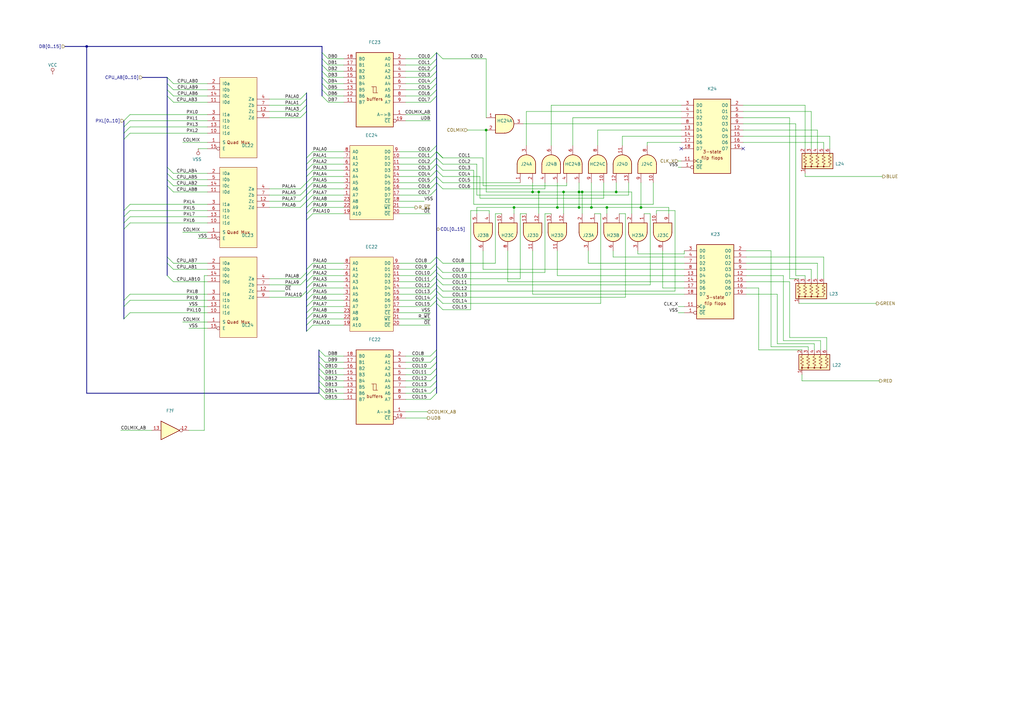
<source format=kicad_sch>
(kicad_sch (version 20211123) (generator eeschema)
  (paper "A3")
  (title_block (title "Kyukyoku Tiger Bootleg") (date "2022-04-29") (rev "J. Tejada") (company "JOTEGO") (comment 1 "JOTEGO") (comment 2 "Drawn by: JOTEGO"))
  (lib_symbols
    (symbol "Device:R_Network05_US" (pin_names (offset 0) hide)
      (property "Reference" "RN" (at -7.62 0 90))
      (property "Value" "Device_R_Network05_US" (at 7.62 0 90))
      (symbol "R_Network05_US_1_1"
        (pin passive line (at -5.08 5.08 270) (length 2.54) (name "common") (number "1"))
        (pin passive line (at -5.08 -5.08 90) (length 1.27) (name "R1") (number "2"))
        (pin passive line (at -2.54 -5.08 90) (length 1.27) (name "R2") (number "3"))
        (pin passive line (at 0 -5.08 90) (length 1.27) (name "R3") (number "4"))
        (pin passive line (at 2.54 -5.08 90) (length 1.27) (name "R4") (number "5"))
        (pin passive line (at 5.08 -5.08 90) (length 1.27) (name "R5") (number "6"))
      )
    )
    (symbol "arcade:CXK5816" (pin_names (offset 1.016))
      (property "Reference" "U" (at 0 0 0))
      (property "Value" "arcade_CXK5816" (at 1.27 6.35 0))
      (symbol "CXK5816_1_1"
        (pin input line (at -10.16 0 0) (length 2.54) (name "A7") (number "1"))
        (pin bidirectional line (at 12.7 15.24 180) (length 2.54) (name "D1") (number "10"))
        (pin bidirectional line (at 12.7 12.7 180) (length 2.54) (name "D2") (number "11"))
        (pin bidirectional line (at 12.7 10.16 180) (length 2.54) (name "D3") (number "13"))
        (pin bidirectional line (at 12.7 7.62 180) (length 2.54) (name "D4") (number "14"))
        (pin bidirectional line (at 12.7 5.08 180) (length 2.54) (name "D5") (number "15"))
        (pin bidirectional line (at 12.7 2.54 180) (length 2.54) (name "D6") (number "16"))
        (pin bidirectional line (at 12.7 0 180) (length 2.54) (name "D7") (number "17"))
        (pin input line (at 12.7 -2.54 180) (length 2.54) (name "~{CE}") (number "18"))
        (pin input line (at -10.16 -7.62 0) (length 2.54) (name "A10") (number "19"))
        (pin input line (at -10.16 2.54 0) (length 2.54) (name "A6") (number "2"))
        (pin input line (at 12.7 -7.62 180) (length 2.54) (name "~{OE}") (number "20"))
        (pin input line (at 12.7 -5.08 180) (length 2.54) (name "~{WE}") (number "21"))
        (pin input line (at -10.16 -5.08 0) (length 2.54) (name "A9") (number "22"))
        (pin input line (at -10.16 -2.54 0) (length 2.54) (name "A8") (number "23"))
        (pin input line (at -10.16 5.08 0) (length 2.54) (name "A5") (number "3"))
        (pin input line (at -10.16 7.62 0) (length 2.54) (name "A4") (number "4"))
        (pin input line (at -10.16 10.16 0) (length 2.54) (name "A3") (number "5"))
        (pin input line (at -10.16 12.7 0) (length 2.54) (name "A2") (number "6"))
        (pin input line (at -10.16 15.24 0) (length 2.54) (name "A1") (number "7"))
        (pin input line (at -10.16 17.78 0) (length 2.54) (name "A0") (number "8"))
        (pin bidirectional line (at 12.7 17.78 180) (length 2.54) (name "D0") (number "9"))
      )
    )
    (symbol "jt74:74LS04" (pin_names (offset 1.016))
      (property "Reference" "U" (at 0 1.27 0))
      (property "Value" "jt74_74LS04" (at 0 -1.27 0))
      (symbol "74LS04_1_0"
        (pin input line (at -7.62 0 0) (length 3.81) (name "~") (number "1"))
        (pin output inverted (at 7.62 0 180) (length 3.81) (name "~") (number "2"))
      )
      (symbol "74LS04_2_0"
        (pin input line (at -7.62 0 0) (length 3.81) (name "~") (number "3"))
        (pin output inverted (at 7.62 0 180) (length 3.81) (name "~") (number "4"))
      )
      (symbol "74LS04_3_0"
        (pin input line (at -7.62 0 0) (length 3.81) (name "~") (number "5"))
        (pin output inverted (at 7.62 0 180) (length 3.81) (name "~") (number "6"))
      )
      (symbol "74LS04_4_0"
        (pin output inverted (at 7.62 0 180) (length 3.81) (name "~") (number "8"))
        (pin input line (at -7.62 0 0) (length 3.81) (name "~") (number "9"))
      )
      (symbol "74LS04_5_0"
        (pin output inverted (at 7.62 0 180) (length 3.81) (name "~") (number "10"))
        (pin input line (at -7.62 0 0) (length 3.81) (name "~") (number "11"))
      )
      (symbol "74LS04_6_0"
        (pin output inverted (at 7.62 0 180) (length 3.81) (name "~") (number "12"))
        (pin input line (at -7.62 0 0) (length 3.81) (name "~") (number "13"))
      )
      (symbol "74LS04_7_0"
        (pin input line (at 0 12.7 270) (length 5.08) hide (name "VCC") (number "14"))
        (pin input line (at 0 -12.7 90) (length 5.08) hide (name "GND") (number "7"))
      )
    )
    (symbol "jt74:74LS08" (pin_names (offset 1.016))
      (property "Reference" "U" (at 0 1.27 0))
      (property "Value" "jt74_74LS08" (at 0 -1.27 0))
      (symbol "74LS08_1_1"
        (pin input line (at -7.62 2.54 0) (length 3.81) (name "~") (number "1"))
        (pin input line (at -7.62 -2.54 0) (length 3.81) (name "~") (number "2"))
        (pin output line (at 7.62 0 180) (length 3.81) (name "~") (number "3"))
      )
      (symbol "74LS08_1_2"
        (pin input inverted (at -7.62 2.54 0) (length 4.318) (name "~") (number "1"))
        (pin input inverted (at -7.62 -2.54 0) (length 4.318) (name "~") (number "2"))
        (pin output inverted (at 7.62 0 180) (length 3.81) (name "~") (number "3"))
      )
      (symbol "74LS08_2_1"
        (pin input line (at -7.62 2.54 0) (length 3.81) (name "~") (number "4"))
        (pin input line (at -7.62 -2.54 0) (length 3.81) (name "~") (number "5"))
        (pin output line (at 7.62 0 180) (length 3.81) (name "~") (number "6"))
      )
      (symbol "74LS08_2_2"
        (pin input inverted (at -7.62 2.54 0) (length 4.318) (name "~") (number "4"))
        (pin input inverted (at -7.62 -2.54 0) (length 4.318) (name "~") (number "5"))
        (pin output inverted (at 7.62 0 180) (length 3.81) (name "~") (number "6"))
      )
      (symbol "74LS08_3_1"
        (pin input line (at -7.62 -2.54 0) (length 3.81) (name "~") (number "10"))
        (pin output line (at 7.62 0 180) (length 3.81) (name "~") (number "8"))
        (pin input line (at -7.62 2.54 0) (length 3.81) (name "~") (number "9"))
      )
      (symbol "74LS08_3_2"
        (pin input inverted (at -7.62 -2.54 0) (length 4.318) (name "~") (number "10"))
        (pin output inverted (at 7.62 0 180) (length 3.81) (name "~") (number "8"))
        (pin input inverted (at -7.62 2.54 0) (length 4.318) (name "~") (number "9"))
      )
      (symbol "74LS08_4_1"
        (pin output line (at 7.62 0 180) (length 3.81) (name "~") (number "11"))
        (pin input line (at -7.62 2.54 0) (length 3.81) (name "~") (number "12"))
        (pin input line (at -7.62 -2.54 0) (length 3.81) (name "~") (number "13"))
      )
      (symbol "74LS08_4_2"
        (pin output inverted (at 7.62 0 180) (length 3.81) (name "~") (number "11"))
        (pin input inverted (at -7.62 2.54 0) (length 4.318) (name "~") (number "12"))
        (pin input inverted (at -7.62 -2.54 0) (length 4.318) (name "~") (number "13"))
      )
      (symbol "74LS08_5_0"
        (pin input line (at 0 12.7 270) (length 5.08) hide (name "VCC") (number "14"))
        (pin input line (at 0 -12.7 90) (length 5.08) hide (name "GND") (number "7"))
      )
    )
    (symbol "jt74:74LS157" (pin_names (offset 1.016))
      (property "Reference" "U" (at 5.08 12.7 0))
      (property "Value" "jt74_74LS157" (at 0 -16.51 0))
      (symbol "74LS157_0_0"
        (text "Quad Mux" (at 0 -11.43 0) (effects (font (size 1.27 1.27))))
      )
      (symbol "74LS157_1_0"
        (pin input line (at -12.7 -11.43 0) (length 5.08) (name "S") (number "1"))
        (pin input line (at -12.7 -7.62 0) (length 5.08) (name "I1d") (number "10"))
        (pin input line (at -12.7 5.08 0) (length 5.08) (name "I0d") (number "11"))
        (pin output line (at 12.7 1.27 180) (length 5.08) (name "Zc") (number "12"))
        (pin input line (at -12.7 -5.08 0) (length 5.08) (name "I1c") (number "13"))
        (pin input line (at -12.7 7.62 0) (length 5.08) (name "I0c") (number "14"))
        (pin input inverted (at -12.7 -13.97 0) (length 5.08) (name "E") (number "15"))
        (pin input line (at -12.7 12.7 0) (length 5.08) (name "I0a") (number "2"))
        (pin input line (at -12.7 0 0) (length 5.08) (name "I1a") (number "3"))
        (pin output line (at 12.7 6.35 180) (length 5.08) (name "Za") (number "4"))
        (pin input line (at -12.7 10.16 0) (length 5.08) (name "I0b") (number "5"))
        (pin input line (at -12.7 -2.54 0) (length 5.08) (name "I1b") (number "6"))
        (pin output line (at 12.7 3.81 180) (length 5.08) (name "Zb") (number "7"))
        (pin output line (at 12.7 -1.27 180) (length 5.08) (name "Zd") (number "9"))
      )
    )
    (symbol "jt74:74LS245" (pin_names (offset 1.016))
      (property "Reference" "U" (at -7.62 16.51 0))
      (property "Value" "jt74_74LS245" (at 2.54 -13.97 0))
      (symbol "74LS245_0_0"
        (text "buffers" (at 0 -3.81 0) (effects (font (size 1.27 1.27))))
      )
      (symbol "74LS245_1_0"
        (pin input line (at -12.7 -10.16 0) (length 5.08) (name "A->B") (number "1"))
        (pin tri_state line (at 12.7 -5.08 180) (length 5.08) (name "B7") (number "11"))
        (pin tri_state line (at 12.7 -2.54 180) (length 5.08) (name "B6") (number "12"))
        (pin tri_state line (at 12.7 0 180) (length 5.08) (name "B5") (number "13"))
        (pin tri_state line (at 12.7 2.54 180) (length 5.08) (name "B4") (number "14"))
        (pin tri_state line (at 12.7 5.08 180) (length 5.08) (name "B3") (number "15"))
        (pin tri_state line (at 12.7 7.62 180) (length 5.08) (name "B2") (number "16"))
        (pin tri_state line (at 12.7 10.16 180) (length 5.08) (name "B1") (number "17"))
        (pin tri_state line (at 12.7 12.7 180) (length 5.08) (name "B0") (number "18"))
        (pin input inverted (at -12.7 -12.7 0) (length 5.08) (name "~{CE}") (number "19"))
        (pin tri_state line (at -12.7 12.7 0) (length 5.08) (name "A0") (number "2"))
        (pin tri_state line (at -12.7 10.16 0) (length 5.08) (name "A1") (number "3"))
        (pin tri_state line (at -12.7 7.62 0) (length 5.08) (name "A2") (number "4"))
        (pin tri_state line (at -12.7 5.08 0) (length 5.08) (name "A3") (number "5"))
        (pin tri_state line (at -12.7 2.54 0) (length 5.08) (name "A4") (number "6"))
        (pin tri_state line (at -12.7 0 0) (length 5.08) (name "A5") (number "7"))
        (pin tri_state line (at -12.7 -2.54 0) (length 5.08) (name "A6") (number "8"))
        (pin tri_state line (at -12.7 -5.08 0) (length 5.08) (name "A7") (number "9"))
      )
    )
    (symbol "jt74:74LS374" (pin_names (offset 1.016))
      (property "Reference" "U" (at 0 1.27 0))
      (property "Value" "jt74_74LS374" (at 2.54 -13.97 0))
      (symbol "74LS374_0_0"
        (text "3-state" (at 0 -6.35 0) (effects (font (size 1.27 1.27))))
        (text "flip flops" (at 0 -8.89 0) (effects (font (size 1.27 1.27))))
      )
      (symbol "74LS374_1_0"
        (pin input inverted (at -12.7 -12.7 0) (length 5.08) (name "~{OE}") (number "1"))
        (pin input clock (at -12.7 -10.16 0) (length 5.08) (name "Cp") (number "11"))
        (pin tri_state line (at 12.7 2.54 180) (length 5.08) (name "O4") (number "12"))
        (pin input line (at -12.7 2.54 0) (length 5.08) (name "D4") (number "13"))
        (pin input line (at -12.7 0 0) (length 5.08) (name "D5") (number "14"))
        (pin tri_state line (at 12.7 0 180) (length 5.08) (name "O5") (number "15"))
        (pin tri_state line (at 12.7 -2.54 180) (length 5.08) (name "O6") (number "16"))
        (pin input line (at -12.7 -2.54 0) (length 5.08) (name "D6") (number "17"))
        (pin input line (at -12.7 -5.08 0) (length 5.08) (name "D7") (number "18"))
        (pin tri_state line (at 12.7 -5.08 180) (length 5.08) (name "O7") (number "19"))
        (pin tri_state line (at 12.7 12.7 180) (length 5.08) (name "O0") (number "2"))
        (pin input line (at -12.7 12.7 0) (length 5.08) (name "D0") (number "3"))
        (pin input line (at -12.7 10.16 0) (length 5.08) (name "D1") (number "4"))
        (pin tri_state line (at 12.7 10.16 180) (length 5.08) (name "O1") (number "5"))
        (pin tri_state line (at 12.7 7.62 180) (length 5.08) (name "O2") (number "6"))
        (pin input line (at -12.7 7.62 0) (length 5.08) (name "D2") (number "7"))
        (pin input line (at -12.7 5.08 0) (length 5.08) (name "D3") (number "8"))
        (pin tri_state line (at 12.7 5.08 180) (length 5.08) (name "O3") (number "9"))
      )
    )
    (symbol "power:VCC" (power) (pin_names (offset 0))
      (property "Value" "power_VCC" (at 0 3.81 0))
      (symbol "VCC_1_1"
        (pin power_in line (at 0 0 90) (length 0) hide (name "VCC") (number "1"))
      )
    )
    (symbol "power:VSS" (power) (pin_names (offset 0))
      (property "Value" "power_VSS" (at 0 3.81 0))
      (symbol "VSS_1_1"
        (pin power_in line (at 0 0 90) (length 0) hide (name "VSS") (number "1"))
      )
    )
  )
  (junction (at 252.73 78.74))
  (junction (at 237.49 78.74))
  (junction (at 210.82 85.09))
  (junction (at 242.57 85.09))
  (junction (at 237.49 85.09))
  (junction (at 231.14 78.74))
  (junction (at 262.89 85.09))
  (junction (at 228.6 85.09))
  (junction (at 199.39 53.34))
  (junction (at 218.44 78.74))
  (junction (at 220.98 78.74))
  (junction (at 35.56 19.05))
  (junction (at 248.92 85.09))
  (junction (at 238.76 78.74))
  (no_connect (at 279.4 60.96))
  (no_connect (at 304.8 60.96))
  (bus_entry (at 176.53 34.29) (size 2.54 -2.54))
  (bus_entry (at 176.53 115.57) (size 2.54 -2.54))
  (bus_entry (at 68.58 31.75) (size 2.54 2.54))
  (bus_entry (at 176.53 24.13) (size 2.54 -2.54))
  (bus_entry (at 68.58 105.41) (size 2.54 2.54))
  (bus_entry (at 179.07 62.23) (size 2.54 2.54))
  (bus_entry (at 179.07 62.23) (size 2.54 2.54))
  (bus_entry (at 128.27 64.77) (size -2.54 2.54))
  (bus_entry (at 128.27 120.65) (size -2.54 2.54))
  (bus_entry (at 130.81 151.13) (size 2.54 2.54))
  (bus_entry (at 132.08 26.67) (size 2.54 2.54))
  (bus_entry (at 50.8 130.81) (size 2.54 -2.54))
  (bus_entry (at 179.07 74.93) (size 2.54 2.54))
  (bus_entry (at 128.27 113.03) (size -2.54 2.54))
  (bus_entry (at 50.8 49.53) (size 2.54 -2.54))
  (bus_entry (at 68.58 68.58) (size 2.54 2.54))
  (bus_entry (at 68.58 71.12) (size 2.54 2.54))
  (bus_entry (at 132.08 36.83) (size 2.54 2.54))
  (bus_entry (at 179.07 105.41) (size 2.54 2.54))
  (bus_entry (at 179.07 116.84) (size 2.54 2.54))
  (bus_entry (at 132.08 31.75) (size 2.54 2.54))
  (bus_entry (at 50.8 54.61) (size 2.54 -2.54))
  (bus_entry (at 176.53 72.39) (size 2.54 -2.54))
  (bus_entry (at 68.58 34.29) (size 2.54 2.54))
  (bus_entry (at 179.07 62.23) (size 2.54 2.54))
  (bus_entry (at 130.81 148.59) (size 2.54 2.54))
  (bus_entry (at 128.27 77.47) (size -2.54 2.54))
  (bus_entry (at 50.8 91.44) (size 2.54 -2.54))
  (bus_entry (at 50.8 125.73) (size 2.54 -2.54))
  (bus_entry (at 132.08 24.13) (size 2.54 2.54))
  (bus_entry (at 176.53 110.49) (size 2.54 -2.54))
  (bus_entry (at 132.08 21.59) (size 2.54 2.54))
  (bus_entry (at 123.19 80.01) (size 2.54 -2.54))
  (bus_entry (at 128.27 85.09) (size -2.54 2.54))
  (bus_entry (at 128.27 133.35) (size -2.54 2.54))
  (bus_entry (at 123.19 40.64) (size 2.54 -2.54))
  (bus_entry (at 176.53 62.23) (size 2.54 -2.54))
  (bus_entry (at 176.53 163.83) (size 2.54 -2.54))
  (bus_entry (at 179.07 67.31) (size 2.54 2.54))
  (bus_entry (at 128.27 130.81) (size -2.54 2.54))
  (bus_entry (at 123.19 85.09) (size 2.54 -2.54))
  (bus_entry (at 176.53 41.91) (size 2.54 -2.54))
  (bus_entry (at 128.27 115.57) (size -2.54 2.54))
  (bus_entry (at 128.27 118.11) (size -2.54 2.54))
  (bus_entry (at 50.8 52.07) (size 2.54 -2.54))
  (bus_entry (at 68.58 107.95) (size 2.54 2.54))
  (bus_entry (at 128.27 87.63) (size -2.54 2.54))
  (bus_entry (at 176.53 74.93) (size 2.54 -2.54))
  (bus_entry (at 176.53 151.13) (size 2.54 -2.54))
  (bus_entry (at 176.53 31.75) (size 2.54 -2.54))
  (bus_entry (at 179.07 64.77) (size 2.54 2.54))
  (bus_entry (at 123.19 121.92) (size 2.54 -2.54))
  (bus_entry (at 176.53 161.29) (size 2.54 -2.54))
  (bus_entry (at 179.07 124.46) (size 2.54 2.54))
  (bus_entry (at 179.07 21.59) (size 2.54 2.54))
  (bus_entry (at 179.07 121.92) (size 2.54 2.54))
  (bus_entry (at 123.19 77.47) (size 2.54 -2.54))
  (bus_entry (at 176.53 146.05) (size 2.54 -2.54))
  (bus_entry (at 176.53 69.85) (size 2.54 -2.54))
  (bus_entry (at 130.81 153.67) (size 2.54 2.54))
  (bus_entry (at 123.19 43.18) (size 2.54 -2.54))
  (bus_entry (at 128.27 125.73) (size -2.54 2.54))
  (bus_entry (at 176.53 153.67) (size 2.54 -2.54))
  (bus_entry (at 179.07 111.76) (size 2.54 2.54))
  (bus_entry (at 128.27 74.93) (size -2.54 2.54))
  (bus_entry (at 130.81 158.75) (size 2.54 2.54))
  (bus_entry (at 130.81 146.05) (size 2.54 2.54))
  (bus_entry (at 179.07 119.38) (size 2.54 2.54))
  (bus_entry (at 176.53 148.59) (size 2.54 -2.54))
  (bus_entry (at 132.08 39.37) (size 2.54 2.54))
  (bus_entry (at 128.27 128.27) (size -2.54 2.54))
  (bus_entry (at 132.08 34.29) (size 2.54 2.54))
  (bus_entry (at 68.58 113.03) (size 2.54 2.54))
  (bus_entry (at 123.19 82.55) (size 2.54 -2.54))
  (bus_entry (at 176.53 113.03) (size 2.54 -2.54))
  (bus_entry (at 123.19 116.84) (size 2.54 -2.54))
  (bus_entry (at 68.58 73.66) (size 2.54 2.54))
  (bus_entry (at 50.8 123.19) (size 2.54 -2.54))
  (bus_entry (at 128.27 72.39) (size -2.54 2.54))
  (bus_entry (at 128.27 82.55) (size -2.54 2.54))
  (bus_entry (at 130.81 156.21) (size 2.54 2.54))
  (bus_entry (at 50.8 93.98) (size 2.54 -2.54))
  (bus_entry (at 128.27 69.85) (size -2.54 2.54))
  (bus_entry (at 176.53 107.95) (size 2.54 -2.54))
  (bus_entry (at 176.53 158.75) (size 2.54 -2.54))
  (bus_entry (at 128.27 80.01) (size -2.54 2.54))
  (bus_entry (at 123.19 114.3) (size 2.54 -2.54))
  (bus_entry (at 128.27 67.31) (size -2.54 2.54))
  (bus_entry (at 128.27 123.19) (size -2.54 2.54))
  (bus_entry (at 50.8 57.15) (size 2.54 -2.54))
  (bus_entry (at 176.53 26.67) (size 2.54 -2.54))
  (bus_entry (at 132.08 29.21) (size 2.54 2.54))
  (bus_entry (at 176.53 120.65) (size 2.54 -2.54))
  (bus_entry (at 179.07 114.3) (size 2.54 2.54))
  (bus_entry (at 179.07 72.39) (size 2.54 2.54))
  (bus_entry (at 176.53 123.19) (size 2.54 -2.54))
  (bus_entry (at 176.53 80.01) (size 2.54 -2.54))
  (bus_entry (at 176.53 39.37) (size 2.54 -2.54))
  (bus_entry (at 176.53 118.11) (size 2.54 -2.54))
  (bus_entry (at 68.58 39.37) (size 2.54 2.54))
  (bus_entry (at 50.8 88.9) (size 2.54 -2.54))
  (bus_entry (at 68.58 36.83) (size 2.54 2.54))
  (bus_entry (at 176.53 64.77) (size 2.54 -2.54))
  (bus_entry (at 128.27 107.95) (size -2.54 2.54))
  (bus_entry (at 130.81 161.29) (size 2.54 2.54))
  (bus_entry (at 176.53 156.21) (size 2.54 -2.54))
  (bus_entry (at 179.07 109.22) (size 2.54 2.54))
  (bus_entry (at 123.19 48.26) (size 2.54 -2.54))
  (bus_entry (at 130.81 143.51) (size 2.54 2.54))
  (bus_entry (at 176.53 67.31) (size 2.54 -2.54))
  (bus_entry (at 176.53 125.73) (size 2.54 -2.54))
  (bus_entry (at 176.53 36.83) (size 2.54 -2.54))
  (bus_entry (at 123.19 45.72) (size 2.54 -2.54))
  (bus_entry (at 179.07 69.85) (size 2.54 2.54))
  (bus_entry (at 68.58 76.2) (size 2.54 2.54))
  (bus_entry (at 176.53 77.47) (size 2.54 -2.54))
  (bus_entry (at 50.8 86.36) (size 2.54 -2.54))
  (bus_entry (at 176.53 29.21) (size 2.54 -2.54))
  (bus_entry (at 128.27 110.49) (size -2.54 2.54))
  (bus_entry (at 128.27 62.23) (size -2.54 2.54))
  (wire (pts (xy 110.49 116.84) (xy 123.19 116.84)))
  (wire (pts (xy 199.39 78.74) (xy 218.44 78.74)))
  (wire (pts (xy 166.37 46.99) (xy 176.53 46.99)))
  (wire (pts (xy 257.81 74.93) (xy 257.81 80.01)))
  (wire (pts (xy 228.6 113.03) (xy 280.67 113.03)))
  (bus (pts (xy 125.73 69.85) (xy 125.73 72.39)))
  (wire (pts (xy 271.78 102.87) (xy 271.78 118.11)))
  (wire (pts (xy 163.83 128.27) (xy 176.53 128.27)))
  (bus (pts (xy 68.58 71.12) (xy 68.58 73.66)))
  (bus (pts (xy 50.8 52.07) (xy 50.8 54.61)))
  (wire (pts (xy 85.09 123.19) (xy 53.34 123.19)))
  (bus (pts (xy 125.73 43.18) (xy 125.73 45.72)))
  (bus (pts (xy 125.73 40.64) (xy 125.73 43.18)))
  (wire (pts (xy 134.62 36.83) (xy 140.97 36.83)))
  (bus (pts (xy 125.73 123.19) (xy 125.73 125.73)))
  (wire (pts (xy 336.55 139.7) (xy 336.55 143.51)))
  (wire (pts (xy 257.81 80.01) (xy 195.58 80.01)))
  (wire (pts (xy 166.37 168.91) (xy 175.26 168.91)))
  (wire (pts (xy 71.12 41.91) (xy 85.09 41.91)))
  (wire (pts (xy 140.97 115.57) (xy 128.27 115.57)))
  (wire (pts (xy 267.97 74.93) (xy 267.97 83.82)))
  (wire (pts (xy 71.12 34.29) (xy 85.09 34.29)))
  (wire (pts (xy 311.15 143.51) (xy 328.93 143.51)))
  (wire (pts (xy 74.93 95.25) (xy 85.09 95.25)))
  (bus (pts (xy 35.56 19.05) (xy 35.56 161.29)))
  (wire (pts (xy 128.27 125.73) (xy 140.97 125.73)))
  (bus (pts (xy 179.07 21.59) (xy 179.07 24.13)))
  (wire (pts (xy 255.27 55.88) (xy 279.4 55.88)))
  (wire (pts (xy 330.2 43.18) (xy 330.2 60.96)))
  (wire (pts (xy 306.07 110.49) (xy 332.74 110.49)))
  (wire (pts (xy 71.12 115.57) (xy 85.09 115.57)))
  (wire (pts (xy 220.98 87.63) (xy 220.98 78.74)))
  (wire (pts (xy 166.37 146.05) (xy 176.53 146.05)))
  (wire (pts (xy 274.32 85.09) (xy 262.89 85.09)))
  (bus (pts (xy 179.07 151.13) (xy 179.07 153.67)))
  (bus (pts (xy 179.07 64.77) (xy 179.07 67.31)))
  (wire (pts (xy 134.62 41.91) (xy 140.97 41.91)))
  (wire (pts (xy 242.57 74.93) (xy 242.57 85.09)))
  (wire (pts (xy 252.73 78.74) (xy 252.73 74.93)))
  (wire (pts (xy 234.95 48.26) (xy 234.95 59.69)))
  (wire (pts (xy 311.15 118.11) (xy 311.15 143.51)))
  (bus (pts (xy 125.73 90.17) (xy 125.73 110.49)))
  (wire (pts (xy 133.35 151.13) (xy 140.97 151.13)))
  (wire (pts (xy 220.98 78.74) (xy 231.14 78.74)))
  (wire (pts (xy 321.31 139.7) (xy 336.55 139.7)))
  (wire (pts (xy 123.19 48.26) (xy 110.49 48.26)))
  (wire (pts (xy 276.86 119.38) (xy 181.61 119.38)))
  (wire (pts (xy 140.97 113.03) (xy 128.27 113.03)))
  (bus (pts (xy 179.07 67.31) (xy 179.07 69.85)))
  (bus (pts (xy 179.07 115.57) (xy 179.07 116.84)))
  (bus (pts (xy 179.07 114.3) (xy 179.07 115.57)))
  (bus (pts (xy 132.08 21.59) (xy 132.08 24.13)))
  (wire (pts (xy 134.62 26.67) (xy 140.97 26.67)))
  (bus (pts (xy 179.07 109.22) (xy 179.07 110.49)))
  (wire (pts (xy 306.07 118.11) (xy 311.15 118.11)))
  (wire (pts (xy 218.44 74.93) (xy 218.44 78.74)))
  (wire (pts (xy 163.83 120.65) (xy 176.53 120.65)))
  (wire (pts (xy 262.89 74.93) (xy 262.89 85.09)))
  (wire (pts (xy 133.35 146.05) (xy 140.97 146.05)))
  (wire (pts (xy 335.28 53.34) (xy 335.28 60.96)))
  (wire (pts (xy 198.12 110.49) (xy 280.67 110.49)))
  (wire (pts (xy 166.37 49.53) (xy 176.53 49.53)))
  (wire (pts (xy 280.67 128.27) (xy 278.13 128.27)))
  (wire (pts (xy 71.12 78.74) (xy 85.09 78.74)))
  (wire (pts (xy 123.19 77.47) (xy 110.49 77.47)))
  (wire (pts (xy 330.2 71.12) (xy 330.2 72.39)))
  (wire (pts (xy 53.34 46.99) (xy 85.09 46.99)))
  (bus (pts (xy 125.73 74.93) (xy 125.73 77.47)))
  (wire (pts (xy 213.36 114.3) (xy 181.61 114.3)))
  (wire (pts (xy 163.83 130.81) (xy 176.53 130.81)))
  (wire (pts (xy 255.27 55.88) (xy 255.27 59.69)))
  (bus (pts (xy 179.07 74.93) (xy 179.07 77.47)))
  (bus (pts (xy 125.73 118.11) (xy 125.73 119.38)))
  (bus (pts (xy 179.07 143.51) (xy 179.07 146.05)))
  (wire (pts (xy 223.52 111.76) (xy 181.61 111.76)))
  (wire (pts (xy 140.97 130.81) (xy 128.27 130.81)))
  (bus (pts (xy 179.07 123.19) (xy 179.07 124.46)))
  (wire (pts (xy 53.34 120.65) (xy 85.09 120.65)))
  (bus (pts (xy 179.07 113.03) (xy 179.07 114.3)))
  (wire (pts (xy 71.12 73.66) (xy 85.09 73.66)))
  (wire (pts (xy 226.06 43.18) (xy 226.06 59.69)))
  (wire (pts (xy 140.97 85.09) (xy 128.27 85.09)))
  (wire (pts (xy 176.53 62.23) (xy 163.83 62.23)))
  (bus (pts (xy 130.81 143.51) (xy 130.81 146.05)))
  (bus (pts (xy 125.73 115.57) (xy 125.73 118.11)))
  (wire (pts (xy 247.65 74.93) (xy 247.65 81.28)))
  (bus (pts (xy 50.8 123.19) (xy 50.8 125.73)))
  (wire (pts (xy 304.8 48.26) (xy 323.85 48.26)))
  (bus (pts (xy 179.07 62.23) (xy 179.07 64.77)))
  (wire (pts (xy 49.53 176.53) (xy 62.23 176.53)))
  (bus (pts (xy 179.07 31.75) (xy 179.07 34.29)))
  (wire (pts (xy 238.76 87.63) (xy 238.76 78.74)))
  (bus (pts (xy 179.07 111.76) (xy 179.07 113.03)))
  (bus (pts (xy 130.81 156.21) (xy 130.81 158.75)))
  (bus (pts (xy 132.08 31.75) (xy 132.08 34.29)))
  (wire (pts (xy 140.97 82.55) (xy 128.27 82.55)))
  (bus (pts (xy 68.58 39.37) (xy 68.58 68.58)))
  (wire (pts (xy 133.35 156.21) (xy 140.97 156.21)))
  (wire (pts (xy 134.62 34.29) (xy 140.97 34.29)))
  (wire (pts (xy 306.07 120.65) (xy 318.77 120.65)))
  (bus (pts (xy 132.08 19.05) (xy 132.08 21.59)))
  (wire (pts (xy 176.53 31.75) (xy 166.37 31.75)))
  (bus (pts (xy 179.07 110.49) (xy 179.07 111.76)))
  (wire (pts (xy 71.12 36.83) (xy 85.09 36.83)))
  (wire (pts (xy 243.84 87.63) (xy 246.38 87.63)))
  (wire (pts (xy 266.7 116.84) (xy 181.61 116.84)))
  (wire (pts (xy 166.37 161.29) (xy 176.53 161.29)))
  (bus (pts (xy 179.07 34.29) (xy 179.07 36.83)))
  (bus (pts (xy 125.73 85.09) (xy 125.73 87.63)))
  (bus (pts (xy 179.07 118.11) (xy 179.07 119.38)))
  (wire (pts (xy 331.47 142.24) (xy 331.47 143.51)))
  (wire (pts (xy 128.27 74.93) (xy 140.97 74.93)))
  (wire (pts (xy 318.77 120.65) (xy 318.77 140.97)))
  (bus (pts (xy 130.81 148.59) (xy 130.81 151.13)))
  (wire (pts (xy 335.28 107.95) (xy 335.28 114.3)))
  (wire (pts (xy 261.62 104.14) (xy 261.62 102.87)))
  (wire (pts (xy 166.37 29.21) (xy 176.53 29.21)))
  (wire (pts (xy 306.07 115.57) (xy 323.85 115.57)))
  (wire (pts (xy 53.34 86.36) (xy 85.09 86.36)))
  (wire (pts (xy 110.49 80.01) (xy 123.19 80.01)))
  (wire (pts (xy 83.82 113.03) (xy 83.82 176.53)))
  (wire (pts (xy 140.97 128.27) (xy 128.27 128.27)))
  (wire (pts (xy 198.12 102.87) (xy 198.12 110.49)))
  (wire (pts (xy 254 87.63) (xy 256.54 87.63)))
  (wire (pts (xy 176.53 24.13) (xy 166.37 24.13)))
  (wire (pts (xy 53.34 52.07) (xy 85.09 52.07)))
  (wire (pts (xy 247.65 81.28) (xy 196.85 81.28)))
  (wire (pts (xy 140.97 77.47) (xy 128.27 77.47)))
  (bus (pts (xy 50.8 54.61) (xy 50.8 57.15)))
  (bus (pts (xy 68.58 107.95) (xy 68.58 113.03)))
  (wire (pts (xy 278.13 68.58) (xy 279.4 68.58)))
  (bus (pts (xy 50.8 86.36) (xy 50.8 88.9)))
  (bus (pts (xy 179.07 105.41) (xy 179.07 107.95)))
  (wire (pts (xy 166.37 163.83) (xy 176.53 163.83)))
  (bus (pts (xy 179.07 26.67) (xy 179.07 29.21)))
  (wire (pts (xy 195.58 85.09) (xy 195.58 87.63)))
  (wire (pts (xy 53.34 49.53) (xy 85.09 49.53)))
  (bus (pts (xy 125.73 130.81) (xy 125.73 133.35)))
  (wire (pts (xy 246.38 87.63) (xy 246.38 124.46)))
  (bus (pts (xy 179.07 124.46) (xy 179.07 143.51)))
  (bus (pts (xy 130.81 158.75) (xy 130.81 161.29)))
  (wire (pts (xy 237.49 74.93) (xy 237.49 78.74)))
  (bus (pts (xy 132.08 34.29) (xy 132.08 36.83)))
  (wire (pts (xy 176.53 39.37) (xy 166.37 39.37)))
  (wire (pts (xy 128.27 118.11) (xy 140.97 118.11)))
  (wire (pts (xy 237.49 78.74) (xy 238.76 78.74)))
  (bus (pts (xy 132.08 26.67) (xy 132.08 29.21)))
  (bus (pts (xy 35.56 161.29) (xy 130.81 161.29)))
  (bus (pts (xy 179.07 116.84) (xy 179.07 118.11)))
  (wire (pts (xy 332.74 45.72) (xy 332.74 60.96)))
  (wire (pts (xy 304.8 50.8) (xy 326.39 50.8)))
  (wire (pts (xy 83.82 176.53) (xy 77.47 176.53)))
  (wire (pts (xy 238.76 78.74) (xy 252.73 78.74)))
  (wire (pts (xy 316.23 142.24) (xy 331.47 142.24)))
  (wire (pts (xy 264.16 87.63) (xy 266.7 87.63)))
  (wire (pts (xy 330.2 113.03) (xy 330.2 114.3)))
  (bus (pts (xy 68.58 31.75) (xy 68.58 34.29)))
  (wire (pts (xy 332.74 110.49) (xy 332.74 114.3)))
  (wire (pts (xy 208.28 115.57) (xy 208.28 102.87)))
  (wire (pts (xy 134.62 31.75) (xy 140.97 31.75)))
  (wire (pts (xy 133.35 153.67) (xy 140.97 153.67)))
  (wire (pts (xy 74.93 58.42) (xy 85.09 58.42)))
  (wire (pts (xy 226.06 87.63) (xy 223.52 87.63)))
  (wire (pts (xy 267.97 83.82) (xy 194.31 83.82)))
  (wire (pts (xy 210.82 87.63) (xy 210.82 85.09)))
  (wire (pts (xy 74.93 132.08) (xy 85.09 132.08)))
  (wire (pts (xy 228.6 113.03) (xy 228.6 102.87)))
  (wire (pts (xy 231.14 78.74) (xy 237.49 78.74)))
  (wire (pts (xy 242.57 85.09) (xy 237.49 85.09)))
  (wire (pts (xy 166.37 151.13) (xy 176.53 151.13)))
  (wire (pts (xy 123.19 114.3) (xy 110.49 114.3)))
  (wire (pts (xy 326.39 113.03) (xy 330.2 113.03)))
  (wire (pts (xy 193.04 86.36) (xy 200.66 86.36)))
  (wire (pts (xy 181.61 24.13) (xy 199.39 24.13)))
  (bus (pts (xy 179.07 158.75) (xy 179.07 161.29)))
  (bus (pts (xy 130.81 153.67) (xy 130.81 156.21)))
  (wire (pts (xy 304.8 53.34) (xy 335.28 53.34)))
  (wire (pts (xy 323.85 138.43) (xy 339.09 138.43)))
  (wire (pts (xy 163.83 64.77) (xy 176.53 64.77)))
  (wire (pts (xy 205.74 87.63) (xy 203.2 87.63)))
  (wire (pts (xy 166.37 41.91) (xy 176.53 41.91)))
  (wire (pts (xy 166.37 153.67) (xy 176.53 153.67)))
  (wire (pts (xy 276.86 86.36) (xy 276.86 119.38)))
  (wire (pts (xy 271.78 118.11) (xy 280.67 118.11)))
  (wire (pts (xy 318.77 140.97) (xy 334.01 140.97)))
  (wire (pts (xy 191.77 53.34) (xy 199.39 53.34)))
  (wire (pts (xy 166.37 158.75) (xy 176.53 158.75)))
  (wire (pts (xy 248.92 87.63) (xy 248.92 85.09)))
  (bus (pts (xy 125.73 119.38) (xy 125.73 120.65)))
  (bus (pts (xy 179.07 120.65) (xy 179.07 121.92)))
  (wire (pts (xy 237.49 85.09) (xy 228.6 85.09)))
  (wire (pts (xy 53.34 54.61) (xy 85.09 54.61)))
  (wire (pts (xy 140.97 123.19) (xy 128.27 123.19)))
  (bus (pts (xy 125.73 111.76) (xy 125.73 113.03)))
  (bus (pts (xy 179.07 148.59) (xy 179.07 151.13)))
  (wire (pts (xy 128.27 120.65) (xy 140.97 120.65)))
  (wire (pts (xy 306.07 107.95) (xy 335.28 107.95)))
  (bus (pts (xy 68.58 68.58) (xy 68.58 71.12)))
  (wire (pts (xy 85.09 60.96) (xy 81.28 60.96)))
  (wire (pts (xy 71.12 107.95) (xy 85.09 107.95)))
  (wire (pts (xy 208.28 115.57) (xy 280.67 115.57)))
  (wire (pts (xy 328.93 153.67) (xy 328.93 156.21)))
  (wire (pts (xy 134.62 39.37) (xy 140.97 39.37)))
  (wire (pts (xy 337.82 58.42) (xy 337.82 60.96)))
  (wire (pts (xy 170.18 85.09) (xy 163.83 85.09)))
  (wire (pts (xy 166.37 26.67) (xy 176.53 26.67)))
  (bus (pts (xy 125.73 45.72) (xy 125.73 64.77)))
  (wire (pts (xy 140.97 69.85) (xy 128.27 69.85)))
  (wire (pts (xy 110.49 119.38) (xy 116.84 119.38)))
  (wire (pts (xy 339.09 138.43) (xy 339.09 143.51)))
  (wire (pts (xy 199.39 24.13) (xy 199.39 48.26)))
  (wire (pts (xy 340.36 55.88) (xy 340.36 60.96)))
  (wire (pts (xy 266.7 87.63) (xy 266.7 116.84)))
  (wire (pts (xy 128.27 72.39) (xy 140.97 72.39)))
  (bus (pts (xy 50.8 57.15) (xy 50.8 86.36)))
  (wire (pts (xy 123.19 121.92) (xy 110.49 121.92)))
  (wire (pts (xy 83.82 113.03) (xy 85.09 113.03)))
  (wire (pts (xy 181.61 74.93) (xy 213.36 74.93)))
  (wire (pts (xy 269.24 86.36) (xy 276.86 86.36)))
  (wire (pts (xy 323.85 115.57) (xy 323.85 138.43)))
  (wire (pts (xy 245.11 53.34) (xy 245.11 59.69)))
  (bus (pts (xy 179.07 156.21) (xy 179.07 158.75)))
  (wire (pts (xy 71.12 76.2) (xy 85.09 76.2)))
  (wire (pts (xy 251.46 105.41) (xy 251.46 102.87)))
  (bus (pts (xy 125.73 67.31) (xy 125.73 69.85)))
  (bus (pts (xy 179.07 36.83) (xy 179.07 39.37)))
  (wire (pts (xy 198.12 76.2) (xy 198.12 64.77)))
  (bus (pts (xy 125.73 113.03) (xy 125.73 114.3)))
  (bus (pts (xy 179.07 69.85) (xy 179.07 72.39)))
  (wire (pts (xy 163.83 87.63) (xy 176.53 87.63)))
  (wire (pts (xy 176.53 36.83) (xy 166.37 36.83)))
  (bus (pts (xy 179.07 59.69) (xy 179.07 62.23)))
  (wire (pts (xy 232.41 74.93) (xy 232.41 76.2)))
  (wire (pts (xy 304.8 45.72) (xy 332.74 45.72)))
  (bus (pts (xy 179.07 146.05) (xy 179.07 148.59)))
  (wire (pts (xy 259.08 78.74) (xy 259.08 87.63)))
  (wire (pts (xy 133.35 148.59) (xy 140.97 148.59)))
  (bus (pts (xy 179.07 72.39) (xy 179.07 74.93)))
  (wire (pts (xy 71.12 71.12) (xy 85.09 71.12)))
  (wire (pts (xy 278.13 66.04) (xy 279.4 66.04)))
  (wire (pts (xy 304.8 43.18) (xy 330.2 43.18)))
  (wire (pts (xy 196.85 81.28) (xy 196.85 72.39)))
  (wire (pts (xy 326.39 50.8) (xy 326.39 113.03)))
  (wire (pts (xy 85.09 125.73) (xy 77.47 125.73)))
  (wire (pts (xy 321.31 113.03) (xy 321.31 139.7)))
  (wire (pts (xy 163.83 125.73) (xy 176.53 125.73)))
  (bus (pts (xy 132.08 19.05) (xy 35.56 19.05)))
  (wire (pts (xy 195.58 80.01) (xy 195.58 67.31)))
  (wire (pts (xy 213.36 87.63) (xy 213.36 114.3)))
  (wire (pts (xy 163.83 110.49) (xy 176.53 110.49)))
  (wire (pts (xy 328.93 156.21) (xy 360.68 156.21)))
  (wire (pts (xy 140.97 62.23) (xy 128.27 62.23)))
  (wire (pts (xy 279.4 43.18) (xy 226.06 43.18)))
  (wire (pts (xy 128.27 80.01) (xy 140.97 80.01)))
  (wire (pts (xy 134.62 29.21) (xy 140.97 29.21)))
  (bus (pts (xy 179.07 77.47) (xy 179.07 105.41)))
  (wire (pts (xy 181.61 107.95) (xy 203.2 107.95)))
  (wire (pts (xy 323.85 48.26) (xy 323.85 114.3)))
  (wire (pts (xy 128.27 87.63) (xy 140.97 87.63)))
  (wire (pts (xy 265.43 58.42) (xy 265.43 59.69)))
  (wire (pts (xy 128.27 133.35) (xy 140.97 133.35)))
  (bus (pts (xy 125.73 87.63) (xy 125.73 90.17)))
  (bus (pts (xy 125.73 133.35) (xy 125.73 135.89)))
  (wire (pts (xy 241.3 107.95) (xy 280.67 107.95)))
  (wire (pts (xy 85.09 134.62) (xy 77.47 134.62)))
  (bus (pts (xy 130.81 151.13) (xy 130.81 153.67)))
  (wire (pts (xy 306.07 102.87) (xy 316.23 102.87)))
  (wire (pts (xy 228.6 74.93) (xy 228.6 85.09)))
  (wire (pts (xy 327.66 124.46) (xy 359.41 124.46)))
  (wire (pts (xy 234.95 48.26) (xy 279.4 48.26)))
  (bus (pts (xy 26.67 19.05) (xy 35.56 19.05)))
  (wire (pts (xy 181.61 64.77) (xy 198.12 64.77)))
  (bus (pts (xy 130.81 146.05) (xy 130.81 148.59)))
  (bus (pts (xy 68.58 105.41) (xy 68.58 107.95)))
  (wire (pts (xy 163.83 115.57) (xy 176.53 115.57)))
  (bus (pts (xy 58.42 31.75) (xy 68.58 31.75)))
  (bus (pts (xy 50.8 93.98) (xy 50.8 123.19)))
  (wire (pts (xy 246.38 124.46) (xy 181.61 124.46)))
  (wire (pts (xy 232.41 76.2) (xy 198.12 76.2)))
  (wire (pts (xy 269.24 87.63) (xy 269.24 86.36)))
  (wire (pts (xy 140.97 67.31) (xy 128.27 67.31)))
  (bus (pts (xy 179.07 119.38) (xy 179.07 120.65)))
  (wire (pts (xy 176.53 77.47) (xy 163.83 77.47)))
  (bus (pts (xy 125.73 125.73) (xy 125.73 128.27)))
  (bus (pts (xy 50.8 49.53) (xy 50.8 52.07)))
  (wire (pts (xy 53.34 91.44) (xy 85.09 91.44)))
  (wire (pts (xy 262.89 85.09) (xy 248.92 85.09)))
  (wire (pts (xy 166.37 171.45) (xy 175.26 171.45)))
  (wire (pts (xy 304.8 58.42) (xy 337.82 58.42)))
  (bus (pts (xy 179.07 29.21) (xy 179.07 31.75)))
  (bus (pts (xy 125.73 110.49) (xy 125.73 111.76)))
  (wire (pts (xy 245.11 53.34) (xy 279.4 53.34)))
  (wire (pts (xy 196.85 72.39) (xy 181.61 72.39)))
  (bus (pts (xy 50.8 125.73) (xy 50.8 130.81)))
  (wire (pts (xy 199.39 53.34) (xy 199.39 78.74)))
  (wire (pts (xy 181.61 77.47) (xy 223.52 77.47)))
  (wire (pts (xy 53.34 83.82) (xy 85.09 83.82)))
  (bus (pts (xy 125.73 72.39) (xy 125.73 74.93)))
  (wire (pts (xy 163.83 67.31) (xy 176.53 67.31)))
  (wire (pts (xy 181.61 67.31) (xy 195.58 67.31)))
  (wire (pts (xy 228.6 85.09) (xy 210.82 85.09)))
  (wire (pts (xy 163.83 118.11) (xy 176.53 118.11)))
  (wire (pts (xy 163.83 107.95) (xy 176.53 107.95)))
  (wire (pts (xy 214.63 50.8) (xy 279.4 50.8)))
  (wire (pts (xy 306.07 105.41) (xy 337.82 105.41)))
  (wire (pts (xy 218.44 102.87) (xy 218.44 120.65)))
  (wire (pts (xy 256.54 87.63) (xy 256.54 121.92)))
  (wire (pts (xy 241.3 107.95) (xy 241.3 102.87)))
  (wire (pts (xy 203.2 87.63) (xy 203.2 107.95)))
  (wire (pts (xy 140.97 107.95) (xy 128.27 107.95)))
  (bus (pts (xy 68.58 73.66) (xy 68.58 76.2)))
  (bus (pts (xy 125.73 82.55) (xy 125.73 85.09)))
  (bus (pts (xy 125.73 114.3) (xy 125.73 115.57)))
  (wire (pts (xy 316.23 102.87) (xy 316.23 142.24)))
  (wire (pts (xy 194.31 69.85) (xy 194.31 83.82)))
  (bus (pts (xy 125.73 64.77) (xy 125.73 67.31)))
  (bus (pts (xy 179.07 39.37) (xy 179.07 59.69)))
  (wire (pts (xy 71.12 110.49) (xy 85.09 110.49)))
  (wire (pts (xy 218.44 78.74) (xy 220.98 78.74)))
  (wire (pts (xy 218.44 120.65) (xy 280.67 120.65)))
  (wire (pts (xy 123.19 85.09) (xy 110.49 85.09)))
  (wire (pts (xy 128.27 110.49) (xy 140.97 110.49)))
  (wire (pts (xy 123.19 82.55) (xy 110.49 82.55)))
  (wire (pts (xy 265.43 58.42) (xy 279.4 58.42)))
  (wire (pts (xy 176.53 69.85) (xy 163.83 69.85)))
  (wire (pts (xy 334.01 140.97) (xy 334.01 143.51)))
  (bus (pts (xy 68.58 36.83) (xy 68.58 39.37)))
  (wire (pts (xy 181.61 69.85) (xy 194.31 69.85)))
  (wire (pts (xy 163.83 123.19) (xy 176.53 123.19)))
  (wire (pts (xy 306.07 113.03) (xy 321.31 113.03)))
  (wire (pts (xy 223.52 87.63) (xy 223.52 111.76)))
  (bus (pts (xy 125.73 120.65) (xy 125.73 123.19)))
  (wire (pts (xy 123.19 45.72) (xy 110.49 45.72)))
  (wire (pts (xy 256.54 121.92) (xy 181.61 121.92)))
  (bus (pts (xy 68.58 76.2) (xy 68.58 105.41)))
  (wire (pts (xy 223.52 77.47) (xy 223.52 74.93)))
  (bus (pts (xy 125.73 80.01) (xy 125.73 82.55)))
  (wire (pts (xy 193.04 86.36) (xy 193.04 127)))
  (wire (pts (xy 53.34 88.9) (xy 85.09 88.9)))
  (wire (pts (xy 85.09 97.79) (xy 81.28 97.79)))
  (wire (pts (xy 53.34 128.27) (xy 85.09 128.27)))
  (bus (pts (xy 68.58 34.29) (xy 68.58 36.83)))
  (bus (pts (xy 125.73 128.27) (xy 125.73 130.81)))
  (wire (pts (xy 280.67 104.14) (xy 261.62 104.14)))
  (wire (pts (xy 337.82 105.41) (xy 337.82 114.3)))
  (wire (pts (xy 330.2 72.39) (xy 361.95 72.39)))
  (wire (pts (xy 231.14 87.63) (xy 231.14 78.74)))
  (wire (pts (xy 259.08 78.74) (xy 252.73 78.74)))
  (wire (pts (xy 176.53 74.93) (xy 163.83 74.93)))
  (bus (pts (xy 132.08 36.83) (xy 132.08 39.37)))
  (wire (pts (xy 166.37 156.21) (xy 176.53 156.21)))
  (wire (pts (xy 71.12 39.37) (xy 85.09 39.37)))
  (wire (pts (xy 163.83 113.03) (xy 176.53 113.03)))
  (bus (pts (xy 179.07 107.95) (xy 179.07 109.22)))
  (wire (pts (xy 304.8 55.88) (xy 340.36 55.88)))
  (bus (pts (xy 50.8 88.9) (xy 50.8 91.44)))
  (wire (pts (xy 210.82 85.09) (xy 195.58 85.09)))
  (wire (pts (xy 280.67 125.73) (xy 278.13 125.73)))
  (bus (pts (xy 125.73 77.47) (xy 125.73 80.01)))
  (wire (pts (xy 215.9 87.63) (xy 213.36 87.63)))
  (wire (pts (xy 163.83 80.01) (xy 176.53 80.01)))
  (bus (pts (xy 179.07 121.92) (xy 179.07 123.19)))
  (wire (pts (xy 134.62 24.13) (xy 140.97 24.13)))
  (bus (pts (xy 50.8 91.44) (xy 50.8 93.98)))
  (wire (pts (xy 133.35 158.75) (xy 140.97 158.75)))
  (wire (pts (xy 251.46 105.41) (xy 280.67 105.41)))
  (wire (pts (xy 323.85 114.3) (xy 327.66 114.3)))
  (wire (pts (xy 200.66 86.36) (xy 200.66 87.63)))
  (bus (pts (xy 125.73 38.1) (xy 125.73 40.64)))
  (wire (pts (xy 123.19 40.64) (xy 110.49 40.64)))
  (wire (pts (xy 133.35 163.83) (xy 140.97 163.83)))
  (wire (pts (xy 274.32 87.63) (xy 274.32 85.09)))
  (bus (pts (xy 179.07 24.13) (xy 179.07 26.67)))
  (wire (pts (xy 237.49 78.74) (xy 237.49 85.09)))
  (wire (pts (xy 163.83 133.35) (xy 176.53 133.35)))
  (wire (pts (xy 166.37 34.29) (xy 176.53 34.29)))
  (wire (pts (xy 163.83 72.39) (xy 176.53 72.39)))
  (bus (pts (xy 179.07 153.67) (xy 179.07 156.21)))
  (bus (pts (xy 132.08 24.13) (xy 132.08 26.67)))
  (wire (pts (xy 215.9 45.72) (xy 279.4 45.72)))
  (wire (pts (xy 110.49 43.18) (xy 123.19 43.18)))
  (bus (pts (xy 132.08 29.21) (xy 132.08 31.75)))
  (wire (pts (xy 193.04 127) (xy 181.61 127)))
  (wire (pts (xy 163.83 82.55) (xy 173.99 82.55)))
  (wire (pts (xy 166.37 148.59) (xy 176.53 148.59)))
  (wire (pts (xy 133.35 161.29) (xy 140.97 161.29)))
  (wire (pts (xy 215.9 45.72) (xy 215.9 59.69)))
  (wire (pts (xy 248.92 85.09) (xy 242.57 85.09)))
  (wire (pts (xy 128.27 64.77) (xy 140.97 64.77)))
  (wire (pts (xy 280.67 102.87) (xy 280.67 104.14)))
  (label "COL0" (at 171.45 24.13 0))
  (label "~{OE}" (at 176.53 133.35 180))
  (label "PXL10" (at 82.55 128.27 180))
  (label "PALA1" (at 128.27 64.77 0))
  (label "PALA4" (at 115.57 77.47 0))
  (label "COL8" (at 170.18 107.95 0))
  (label "PXL3" (at 81.28 52.07 180))
  (label "COL9" (at 170.18 110.49 0))
  (label "CPU_AB9" (at 81.28 36.83 180))
  (label "PALA2" (at 116.84 48.26 0))
  (label "COL6" (at 187.96 77.47 0))
  (label "COLMIX_AB" (at 176.53 46.99 180))
  (label "PALA7" (at 128.27 80.01 0))
  (label "PALA4" (at 128.27 118.11 0))
  (label "DB5" (at 138.43 36.83 180))
  (label "COL10" (at 168.91 151.13 0))
  (label "PALA8" (at 116.84 114.3 0))
  (label "PXL2" (at 81.28 54.61 180))
  (label "PALA2" (at 128.27 113.03 0))
  (label "CPU_AB10" (at 72.39 115.57 0))
  (label "COL4" (at 171.45 34.29 0))
  (label "PXL7" (at 80.01 88.9 180))
  (label "COL13" (at 185.42 121.92 0))
  (label "DB1" (at 138.43 26.67 180))
  (label "COL15" (at 185.42 127 0))
  (label "PXL5" (at 80.01 86.36 180))
  (label "VSS" (at 278.13 68.58 180))
  (label "DB3" (at 138.43 31.75 180))
  (label "COL8" (at 168.91 146.05 0))
  (label "DB7" (at 138.43 41.91 180))
  (label "COL12" (at 170.18 118.11 0))
  (label "COL0" (at 193.04 24.13 0))
  (label "PALA4" (at 128.27 72.39 0))
  (label "PALA10" (at 116.84 121.92 0))
  (label "COL10" (at 185.42 114.3 0))
  (label "COL9" (at 185.42 111.76 0))
  (label "COL14" (at 168.91 161.29 0))
  (label "PXL9" (at 81.28 123.19 180))
  (label "DB8" (at 138.43 146.05 180))
  (label "COLMIX" (at 74.93 95.25 0))
  (label "DB11" (at 138.43 153.67 180))
  (label "PALA10" (at 128.27 87.63 0))
  (label "COL4" (at 187.96 72.39 0))
  (label "DB15" (at 138.43 163.83 180))
  (label "~{OE}" (at 176.53 87.63 180))
  (label "~{OE}" (at 116.84 119.38 0))
  (label "PALA0" (at 128.27 107.95 0))
  (label "PALA10" (at 128.27 133.35 0))
  (label "PALA8" (at 128.27 82.55 0))
  (label "CPU_AB1" (at 72.39 110.49 0))
  (label "COL15" (at 170.18 125.73 0))
  (label "COL9" (at 168.91 148.59 0))
  (label "COL1" (at 171.45 64.77 0))
  (label "COL1" (at 171.45 26.67 0))
  (label "CPU_AB3" (at 72.39 41.91 0))
  (label "DB4" (at 138.43 34.29 180))
  (label "CPU_AB2" (at 72.39 76.2 0))
  (label "CPU_AB4" (at 72.39 71.12 0))
  (label "VSS" (at 278.13 128.27 180))
  (label "PALA5" (at 128.27 74.93 0))
  (label "PALA8" (at 128.27 128.27 0))
  (label "PALA6" (at 128.27 77.47 0))
  (label "CPU_AB6" (at 81.28 39.37 180))
  (label "PXL8" (at 81.28 120.65 180))
  (label "COL0" (at 171.45 62.23 0))
  (label "COL12" (at 185.42 119.38 0))
  (label "PXL0" (at 81.28 46.99 180))
  (label "PALA6" (at 115.57 85.09 0))
  (label "DB0" (at 138.43 24.13 180))
  (label "COL7" (at 171.45 41.91 0))
  (label "COL10" (at 170.18 113.03 0))
  (label "COL5" (at 187.96 74.93 0))
  (label "PALA1" (at 116.84 43.18 0))
  (label "PALA3" (at 128.27 69.85 0))
  (label "COL6" (at 171.45 39.37 0))
  (label "PALA7" (at 115.57 82.55 0))
  (label "COL1" (at 187.96 64.77 0))
  (label "COL2" (at 171.45 29.21 0))
  (label "COL7" (at 171.45 80.01 0))
  (label "COL14" (at 170.18 123.19 0))
  (label "PXL6" (at 80.01 91.44 180))
  (label "COLMIX" (at 74.93 58.42 0))
  (label "PXL1" (at 81.28 49.53 180))
  (label "PALA9" (at 128.27 85.09 0))
  (label "COL8" (at 185.42 107.95 0))
  (label "UDB" (at 176.53 49.53 180))
  (label "COL15" (at 168.91 163.83 0))
  (label "PALA5" (at 115.57 80.01 0))
  (label "DB10" (at 138.43 151.13 180))
  (label "DB13" (at 138.43 158.75 180))
  (label "PALA9" (at 128.27 130.81 0))
  (label "COL14" (at 185.42 124.46 0))
  (label "PALA2" (at 128.27 67.31 0))
  (label "PALA3" (at 128.27 115.57 0))
  (label "VSS" (at 77.47 125.73 0))
  (label "COL11" (at 185.42 116.84 0))
  (label "COL13" (at 168.91 158.75 0))
  (label "PALA3" (at 116.84 45.72 0))
  (label "COL2" (at 187.96 67.31 0))
  (label "COL11" (at 168.91 153.67 0))
  (label "COLMIX_AB" (at 49.53 176.53 0))
  (label "CPU_AB8" (at 72.39 78.74 0))
  (label "PALA9" (at 116.84 116.84 0))
  (label "DB12" (at 138.43 156.21 180))
  (label "COL11" (at 170.18 115.57 0))
  (label "COL12" (at 168.91 156.21 0))
  (label "COL5" (at 171.45 36.83 0))
  (label "DB6" (at 138.43 39.37 180))
  (label "COLMIX" (at 74.93 132.08 0))
  (label "PALA0" (at 128.27 62.23 0))
  (label "PXL4" (at 80.01 83.82 180))
  (label "VSS" (at 173.99 82.55 0))
  (label "COL13" (at 170.18 120.65 0))
  (label "COL6" (at 171.45 77.47 0))
  (label "R_~{WE}" (at 176.53 130.81 180))
  (label "PALA1" (at 128.27 110.49 0))
  (label "CLK_X" (at 278.13 125.73 180))
  (label "CPU_AB7" (at 72.39 107.95 0))
  (label "CPU_AB5" (at 72.39 73.66 0))
  (label "CPU_AB0" (at 81.28 34.29 180))
  (label "DB9" (at 138.43 148.59 180))
  (label "COL5" (at 171.45 74.93 0))
  (label "PALA0" (at 116.84 40.64 0))
  (label "DB14" (at 138.43 161.29 180))
  (label "DB2" (at 138.43 29.21 180))
  (label "PALA7" (at 128.27 125.73 0))
  (label "VSS" (at 77.47 134.62 0))
  (label "COL3" (at 171.45 69.85 0))
  (label "COL4" (at 171.45 72.39 0))
  (label "VSS" (at 176.53 128.27 180))
  (label "PALA6" (at 128.27 123.19 0))
  (label "COL3" (at 171.45 31.75 0))
  (label "VSS" (at 81.28 97.79 0))
  (label "PALA5" (at 128.27 120.65 0))
  (label "COL2" (at 171.45 67.31 0))
  (label "COL3" (at 187.96 69.85 0))
  (hierarchical_label "GREEN" (shape output) (at 359.41 124.46 0))
  (hierarchical_label "CLK_X" (shape input) (at 278.13 66.04 180))
  (hierarchical_label "R_~{WE}" (shape output) (at 170.18 85.09 0))
  (hierarchical_label "CPU_AB[0..10]" (shape input) (at 58.42 31.75 180))
  (hierarchical_label "BLUE" (shape output) (at 361.95 72.39 0))
  (hierarchical_label "PXL[0..10]" (shape input) (at 50.8 49.53 180))
  (hierarchical_label "COLMIX_AB" (shape input) (at 175.26 168.91 0))
  (hierarchical_label "RED" (shape output) (at 360.68 156.21 0))
  (hierarchical_label "DB[0..15]" (shape input) (at 26.67 19.05 180))
  (hierarchical_label "COL[0..15]" (shape bidirectional) (at 179.07 93.98 0))
  (hierarchical_label "UDB" (shape output) (at 175.26 171.45 0))
  (hierarchical_label "COLMIX" (shape input) (at 191.77 53.34 180))
  (symbol (lib_id "jt74:74LS08") (at 218.44 95.25 270) (unit 4)
    (property "Reference" "J23" (at 220.98 96.52 90) (effects (justify right)))
    (property "Datasheet" "http://www.ti.com/lit/gpn/sn74LS08" (effects hide))
  )
  (symbol (lib_id "arcade:CXK5816") (at 151.13 80.01 0) (unit 1)
    (property "Reference" "EC24" (at 152.4 55.499 0))
  )
  (symbol (lib_id "jt74:74LS245") (at 153.67 36.83 0) (mirror y) (unit 1)
    (property "Reference" "FC23" (at 153.67 17.3482 0))
    (property "Datasheet" "http://www.ti.com/lit/gpn/sn74LS245" (effects hide))
  )
  (symbol (lib_id "jt74:74LS245") (at 153.67 158.75 0) (mirror y) (unit 1)
    (property "Reference" "FC22" (at 153.67 139.2682 0))
    (property "Datasheet" "http://www.ti.com/lit/gpn/sn74LS245" (effects hide))
  )
  (symbol (lib_id "arcade:CXK5816") (at 151.13 125.73 0) (unit 1)
    (property "Reference" "EC22" (at 152.4 101.219 0))
  )
  (symbol (lib_id "jt74:74LS157") (at 97.79 120.65 0) (unit 1)
    (property "Reference" "DL24" (at 101.6 133.35 0))
    (property "Datasheet" "http://www.ti.com/lit/gpn/sn74LS157" (effects hide))
  )
  (symbol (lib_id "jt74:74LS157") (at 97.79 46.99 0) (unit 1)
    (property "Reference" "DL22" (at 101.6 59.69 0))
    (property "Datasheet" "http://www.ti.com/lit/gpn/sn74LS157" (effects hide))
  )
  (symbol (lib_id "jt74:74LS157") (at 97.79 83.82 0) (unit 1)
    (property "Reference" "DL23" (at 101.6 96.52 0))
    (property "Datasheet" "http://www.ti.com/lit/gpn/sn74LS157" (effects hide))
  )
  (symbol (lib_id "Device:R_Network05_US") (at 335.28 66.04 0) (mirror x) (unit 1)
    (property "Reference" "L24" (at 342.5952 67.2084 0) (effects (justify left)))
    (property "Datasheet" "http://www.vishay.com/docs/31509/csc.pdf" (effects hide))
  )
  (symbol (lib_id "Device:R_Network05_US") (at 332.74 119.38 0) (mirror x) (unit 1)
    (property "Reference" "L23" (at 340.0552 120.5484 0) (effects (justify left)))
    (property "Datasheet" "http://www.vishay.com/docs/31509/csc.pdf" (effects hide))
  )
  (symbol (lib_id "Device:R_Network05_US") (at 334.01 148.59 0) (mirror x) (unit 1)
    (property "Reference" "L22" (at 341.3252 149.7584 0) (effects (justify left)))
    (property "Datasheet" "http://www.vishay.com/docs/31509/csc.pdf" (effects hide))
  )
  (symbol (lib_id "jt74:74LS04") (at 69.85 176.53 0) (unit 6)
    (property "Reference" "F?" (at 69.85 168.4782 0))
    (property "Datasheet" "http://www.ti.com/lit/gpn/sn74LS04" (effects hide))
  )
  (symbol (lib_id "jt74:74LS374") (at 292.1 55.88 0) (unit 1)
    (property "Reference" "K24" (at 292.1 36.3982 0))
    (property "Datasheet" "http://www.ti.com/lit/gpn/sn74LS374" (effects hide))
  )
  (symbol (lib_id "jt74:74LS374") (at 293.37 115.57 0) (unit 1)
    (property "Reference" "K23" (at 293.37 96.0882 0))
    (property "Datasheet" "http://www.ti.com/lit/gpn/sn74LS374" (effects hide))
  )
  (symbol (lib_id "jt74:74LS08") (at 265.43 67.31 90) (unit 3)
    (property "Reference" "J24" (at 262.89 67.31 90) (effects (justify right)))
    (property "Datasheet" "http://www.ti.com/lit/gpn/sn74LS08" (effects hide))
  )
  (symbol (lib_id "jt74:74LS08") (at 255.27 67.31 90) (unit 4)
    (property "Reference" "J24" (at 252.73 67.31 90) (effects (justify right)))
    (property "Datasheet" "http://www.ti.com/lit/gpn/sn74LS08" (effects hide))
  )
  (symbol (lib_id "jt74:74LS08") (at 245.11 67.31 90) (unit 3)
    (property "Reference" "HC24" (at 245.11 67.31 90))
    (property "Datasheet" "http://www.ti.com/lit/gpn/sn74LS08" (effects hide))
  )
  (symbol (lib_id "jt74:74LS08") (at 207.01 50.8 0) (unit 1)
    (property "Reference" "HC24" (at 207.01 49.53 0))
    (property "Datasheet" "http://www.ti.com/lit/gpn/sn74LS08" (effects hide))
  )
  (symbol (lib_id "jt74:74LS08") (at 234.95 67.31 90) (unit 2)
    (property "Reference" "HC24" (at 234.95 67.31 90))
    (property "Datasheet" "http://www.ti.com/lit/gpn/sn74LS08" (effects hide))
  )
  (symbol (lib_id "jt74:74LS08") (at 215.9 67.31 90) (unit 1)
    (property "Reference" "J24" (at 215.9 67.31 90))
    (property "Datasheet" "http://www.ti.com/lit/gpn/sn74LS08" (effects hide))
  )
  (symbol (lib_id "jt74:74LS08") (at 226.06 67.31 90) (unit 2)
    (property "Reference" "J24" (at 226.06 67.31 90))
    (property "Datasheet" "http://www.ti.com/lit/gpn/sn74LS08" (effects hide))
  )
  (symbol (lib_id "jt74:74LS08") (at 271.78 95.25 270) (unit 3)
    (property "Reference" "J23" (at 274.32 96.52 90) (effects (justify right)))
    (property "Datasheet" "http://www.ti.com/lit/gpn/sn74LS08" (effects hide))
  )
  (symbol (lib_id "jt74:74LS08") (at 208.28 95.25 270) (unit 3)
    (property "Reference" "H23" (at 210.82 96.52 90) (effects (justify right)))
    (property "Datasheet" "http://www.ti.com/lit/gpn/sn74LS08" (effects hide))
  )
  (symbol (lib_id "jt74:74LS08") (at 228.6 95.25 270) (unit 4)
    (property "Reference" "H23" (at 228.6 96.52 90))
    (property "Datasheet" "http://www.ti.com/lit/gpn/sn74LS08" (effects hide))
  )
  (symbol (lib_id "jt74:74LS08") (at 198.12 95.25 270) (unit 2)
    (property "Reference" "J23" (at 198.12 96.52 90))
    (property "Datasheet" "http://www.ti.com/lit/gpn/sn74LS08" (effects hide))
  )
  (symbol (lib_id "jt74:74LS08") (at 241.3 95.25 270) (unit 1)
    (property "Reference" "J23" (at 241.3 96.52 90))
    (property "Datasheet" "http://www.ti.com/lit/gpn/sn74LS08" (effects hide))
  )
  (symbol (lib_id "jt74:74LS08") (at 261.62 95.25 270) (unit 1)
    (property "Reference" "H23" (at 261.62 96.52 90))
    (property "Datasheet" "http://www.ti.com/lit/gpn/sn74LS08" (effects hide))
  )
  (symbol (lib_id "jt74:74LS08") (at 251.46 95.25 270) (unit 2)
    (property "Reference" "H23" (at 251.46 96.52 90))
    (property "Datasheet" "http://www.ti.com/lit/gpn/sn74LS08" (effects hide))
  )
  (symbol (lib_id "power:VSS") (at 81.28 60.96 180) (unit 1)
    (property "Reference" "#PWR03" (effects hide))
  )
  (symbol (lib_id "power:VCC") (at 21.59 30.48 0) (unit 1)
    (property "Reference" "#PWR0111" (effects hide))
  )
)
</source>
